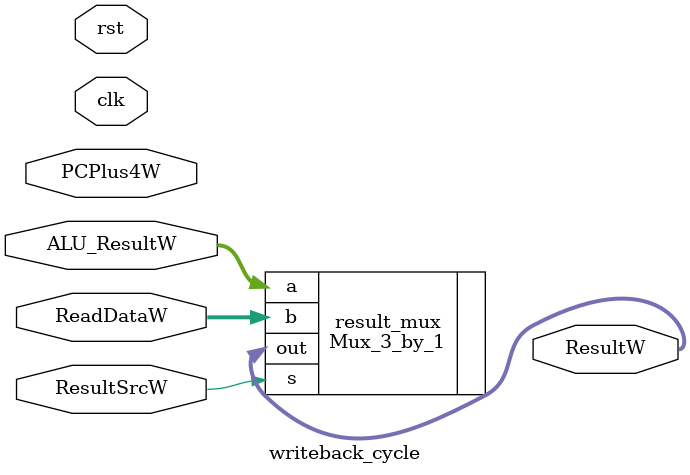
<source format=v>
`timescale 1ns / 1ps
module writeback_cycle (
    input clk, 
    input rst, 
    input  ResultSrcW, 
    input [31:0] PCPlus4W, 
    input [31:0] ALU_ResultW, 
    input [31:0] ReadDataW, 
    output [31:0] ResultW
);

// Instantiate 3-to-1 Multiplexer
Mux_3_by_1 result_mux (
    .a(ALU_ResultW),
    .b(ReadDataW),
    .s(ResultSrcW),
    .out(ResultW)   // Assuming 'out' is the output port of the multiplexer
);

endmodule
</source>
